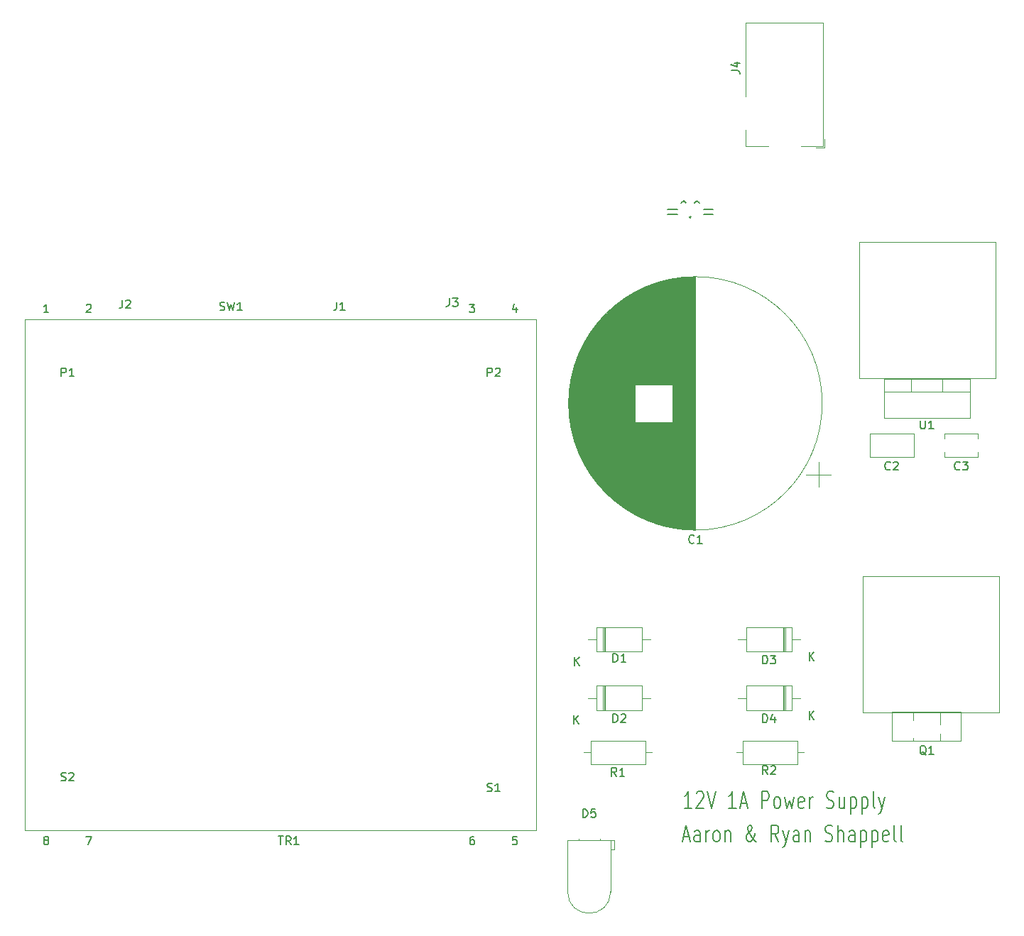
<source format=gbr>
G04 #@! TF.GenerationSoftware,KiCad,Pcbnew,(5.1.2)-1*
G04 #@! TF.CreationDate,2019-05-06T21:39:49-07:00*
G04 #@! TF.ProjectId,12v1a_psu,31327631-615f-4707-9375-2e6b69636164,rev?*
G04 #@! TF.SameCoordinates,Original*
G04 #@! TF.FileFunction,Legend,Top*
G04 #@! TF.FilePolarity,Positive*
%FSLAX46Y46*%
G04 Gerber Fmt 4.6, Leading zero omitted, Abs format (unit mm)*
G04 Created by KiCad (PCBNEW (5.1.2)-1) date 2019-05-06 21:39:49*
%MOMM*%
%LPD*%
G04 APERTURE LIST*
%ADD10C,0.200000*%
%ADD11C,0.120000*%
%ADD12C,0.150000*%
G04 APERTURE END LIST*
D10*
X166085714Y-68457142D02*
X167228571Y-68457142D01*
X167228571Y-69028571D02*
X166085714Y-69028571D01*
X167728571Y-67695238D02*
X168014285Y-67409523D01*
X168300000Y-67695238D01*
X168800000Y-69314285D02*
X168871428Y-69409523D01*
X168800000Y-69504761D01*
X168728571Y-69409523D01*
X168800000Y-69314285D01*
X168800000Y-69504761D01*
X169300000Y-67695238D02*
X169585714Y-67409523D01*
X169871428Y-67695238D01*
X170371428Y-68457142D02*
X171514285Y-68457142D01*
X171514285Y-69028571D02*
X170371428Y-69028571D01*
X167964285Y-143333333D02*
X168678571Y-143333333D01*
X167821428Y-143904761D02*
X168321428Y-141904761D01*
X168821428Y-143904761D01*
X169964285Y-143904761D02*
X169964285Y-142857142D01*
X169892857Y-142666666D01*
X169750000Y-142571428D01*
X169464285Y-142571428D01*
X169321428Y-142666666D01*
X169964285Y-143809523D02*
X169821428Y-143904761D01*
X169464285Y-143904761D01*
X169321428Y-143809523D01*
X169250000Y-143619047D01*
X169250000Y-143428571D01*
X169321428Y-143238095D01*
X169464285Y-143142857D01*
X169821428Y-143142857D01*
X169964285Y-143047619D01*
X170678571Y-143904761D02*
X170678571Y-142571428D01*
X170678571Y-142952380D02*
X170750000Y-142761904D01*
X170821428Y-142666666D01*
X170964285Y-142571428D01*
X171107142Y-142571428D01*
X171821428Y-143904761D02*
X171678571Y-143809523D01*
X171607142Y-143714285D01*
X171535714Y-143523809D01*
X171535714Y-142952380D01*
X171607142Y-142761904D01*
X171678571Y-142666666D01*
X171821428Y-142571428D01*
X172035714Y-142571428D01*
X172178571Y-142666666D01*
X172250000Y-142761904D01*
X172321428Y-142952380D01*
X172321428Y-143523809D01*
X172250000Y-143714285D01*
X172178571Y-143809523D01*
X172035714Y-143904761D01*
X171821428Y-143904761D01*
X172964285Y-142571428D02*
X172964285Y-143904761D01*
X172964285Y-142761904D02*
X173035714Y-142666666D01*
X173178571Y-142571428D01*
X173392857Y-142571428D01*
X173535714Y-142666666D01*
X173607142Y-142857142D01*
X173607142Y-143904761D01*
X176678571Y-143904761D02*
X176607142Y-143904761D01*
X176464285Y-143809523D01*
X176250000Y-143523809D01*
X175892857Y-142952380D01*
X175750000Y-142666666D01*
X175678571Y-142380952D01*
X175678571Y-142190476D01*
X175750000Y-142000000D01*
X175892857Y-141904761D01*
X175964285Y-141904761D01*
X176107142Y-142000000D01*
X176178571Y-142190476D01*
X176178571Y-142285714D01*
X176107142Y-142476190D01*
X176035714Y-142571428D01*
X175607142Y-142952380D01*
X175535714Y-143047619D01*
X175464285Y-143238095D01*
X175464285Y-143523809D01*
X175535714Y-143714285D01*
X175607142Y-143809523D01*
X175750000Y-143904761D01*
X175964285Y-143904761D01*
X176107142Y-143809523D01*
X176178571Y-143714285D01*
X176392857Y-143333333D01*
X176464285Y-143047619D01*
X176464285Y-142857142D01*
X179321428Y-143904761D02*
X178821428Y-142952380D01*
X178464285Y-143904761D02*
X178464285Y-141904761D01*
X179035714Y-141904761D01*
X179178571Y-142000000D01*
X179250000Y-142095238D01*
X179321428Y-142285714D01*
X179321428Y-142571428D01*
X179250000Y-142761904D01*
X179178571Y-142857142D01*
X179035714Y-142952380D01*
X178464285Y-142952380D01*
X179821428Y-142571428D02*
X180178571Y-143904761D01*
X180535714Y-142571428D02*
X180178571Y-143904761D01*
X180035714Y-144380952D01*
X179964285Y-144476190D01*
X179821428Y-144571428D01*
X181750000Y-143904761D02*
X181750000Y-142857142D01*
X181678571Y-142666666D01*
X181535714Y-142571428D01*
X181250000Y-142571428D01*
X181107142Y-142666666D01*
X181750000Y-143809523D02*
X181607142Y-143904761D01*
X181250000Y-143904761D01*
X181107142Y-143809523D01*
X181035714Y-143619047D01*
X181035714Y-143428571D01*
X181107142Y-143238095D01*
X181250000Y-143142857D01*
X181607142Y-143142857D01*
X181750000Y-143047619D01*
X182464285Y-142571428D02*
X182464285Y-143904761D01*
X182464285Y-142761904D02*
X182535714Y-142666666D01*
X182678571Y-142571428D01*
X182892857Y-142571428D01*
X183035714Y-142666666D01*
X183107142Y-142857142D01*
X183107142Y-143904761D01*
X184892857Y-143809523D02*
X185107142Y-143904761D01*
X185464285Y-143904761D01*
X185607142Y-143809523D01*
X185678571Y-143714285D01*
X185750000Y-143523809D01*
X185750000Y-143333333D01*
X185678571Y-143142857D01*
X185607142Y-143047619D01*
X185464285Y-142952380D01*
X185178571Y-142857142D01*
X185035714Y-142761904D01*
X184964285Y-142666666D01*
X184892857Y-142476190D01*
X184892857Y-142285714D01*
X184964285Y-142095238D01*
X185035714Y-142000000D01*
X185178571Y-141904761D01*
X185535714Y-141904761D01*
X185750000Y-142000000D01*
X186392857Y-143904761D02*
X186392857Y-141904761D01*
X187035714Y-143904761D02*
X187035714Y-142857142D01*
X186964285Y-142666666D01*
X186821428Y-142571428D01*
X186607142Y-142571428D01*
X186464285Y-142666666D01*
X186392857Y-142761904D01*
X188392857Y-143904761D02*
X188392857Y-142857142D01*
X188321428Y-142666666D01*
X188178571Y-142571428D01*
X187892857Y-142571428D01*
X187750000Y-142666666D01*
X188392857Y-143809523D02*
X188250000Y-143904761D01*
X187892857Y-143904761D01*
X187750000Y-143809523D01*
X187678571Y-143619047D01*
X187678571Y-143428571D01*
X187750000Y-143238095D01*
X187892857Y-143142857D01*
X188250000Y-143142857D01*
X188392857Y-143047619D01*
X189107142Y-142571428D02*
X189107142Y-144571428D01*
X189107142Y-142666666D02*
X189250000Y-142571428D01*
X189535714Y-142571428D01*
X189678571Y-142666666D01*
X189750000Y-142761904D01*
X189821428Y-142952380D01*
X189821428Y-143523809D01*
X189750000Y-143714285D01*
X189678571Y-143809523D01*
X189535714Y-143904761D01*
X189250000Y-143904761D01*
X189107142Y-143809523D01*
X190464285Y-142571428D02*
X190464285Y-144571428D01*
X190464285Y-142666666D02*
X190607142Y-142571428D01*
X190892857Y-142571428D01*
X191035714Y-142666666D01*
X191107142Y-142761904D01*
X191178571Y-142952380D01*
X191178571Y-143523809D01*
X191107142Y-143714285D01*
X191035714Y-143809523D01*
X190892857Y-143904761D01*
X190607142Y-143904761D01*
X190464285Y-143809523D01*
X192392857Y-143809523D02*
X192250000Y-143904761D01*
X191964285Y-143904761D01*
X191821428Y-143809523D01*
X191750000Y-143619047D01*
X191750000Y-142857142D01*
X191821428Y-142666666D01*
X191964285Y-142571428D01*
X192250000Y-142571428D01*
X192392857Y-142666666D01*
X192464285Y-142857142D01*
X192464285Y-143047619D01*
X191750000Y-143238095D01*
X193321428Y-143904761D02*
X193178571Y-143809523D01*
X193107142Y-143619047D01*
X193107142Y-141904761D01*
X194107142Y-143904761D02*
X193964285Y-143809523D01*
X193892857Y-143619047D01*
X193892857Y-141904761D01*
X168964285Y-139904761D02*
X168107142Y-139904761D01*
X168535714Y-139904761D02*
X168535714Y-137904761D01*
X168392857Y-138190476D01*
X168250000Y-138380952D01*
X168107142Y-138476190D01*
X169535714Y-138095238D02*
X169607142Y-138000000D01*
X169750000Y-137904761D01*
X170107142Y-137904761D01*
X170250000Y-138000000D01*
X170321428Y-138095238D01*
X170392857Y-138285714D01*
X170392857Y-138476190D01*
X170321428Y-138761904D01*
X169464285Y-139904761D01*
X170392857Y-139904761D01*
X170821428Y-137904761D02*
X171321428Y-139904761D01*
X171821428Y-137904761D01*
X174250000Y-139904761D02*
X173392857Y-139904761D01*
X173821428Y-139904761D02*
X173821428Y-137904761D01*
X173678571Y-138190476D01*
X173535714Y-138380952D01*
X173392857Y-138476190D01*
X174821428Y-139333333D02*
X175535714Y-139333333D01*
X174678571Y-139904761D02*
X175178571Y-137904761D01*
X175678571Y-139904761D01*
X177321428Y-139904761D02*
X177321428Y-137904761D01*
X177892857Y-137904761D01*
X178035714Y-138000000D01*
X178107142Y-138095238D01*
X178178571Y-138285714D01*
X178178571Y-138571428D01*
X178107142Y-138761904D01*
X178035714Y-138857142D01*
X177892857Y-138952380D01*
X177321428Y-138952380D01*
X179035714Y-139904761D02*
X178892857Y-139809523D01*
X178821428Y-139714285D01*
X178750000Y-139523809D01*
X178750000Y-138952380D01*
X178821428Y-138761904D01*
X178892857Y-138666666D01*
X179035714Y-138571428D01*
X179250000Y-138571428D01*
X179392857Y-138666666D01*
X179464285Y-138761904D01*
X179535714Y-138952380D01*
X179535714Y-139523809D01*
X179464285Y-139714285D01*
X179392857Y-139809523D01*
X179250000Y-139904761D01*
X179035714Y-139904761D01*
X180035714Y-138571428D02*
X180321428Y-139904761D01*
X180607142Y-138952380D01*
X180892857Y-139904761D01*
X181178571Y-138571428D01*
X182321428Y-139809523D02*
X182178571Y-139904761D01*
X181892857Y-139904761D01*
X181750000Y-139809523D01*
X181678571Y-139619047D01*
X181678571Y-138857142D01*
X181750000Y-138666666D01*
X181892857Y-138571428D01*
X182178571Y-138571428D01*
X182321428Y-138666666D01*
X182392857Y-138857142D01*
X182392857Y-139047619D01*
X181678571Y-139238095D01*
X183035714Y-139904761D02*
X183035714Y-138571428D01*
X183035714Y-138952380D02*
X183107142Y-138761904D01*
X183178571Y-138666666D01*
X183321428Y-138571428D01*
X183464285Y-138571428D01*
X185035714Y-139809523D02*
X185250000Y-139904761D01*
X185607142Y-139904761D01*
X185750000Y-139809523D01*
X185821428Y-139714285D01*
X185892857Y-139523809D01*
X185892857Y-139333333D01*
X185821428Y-139142857D01*
X185750000Y-139047619D01*
X185607142Y-138952380D01*
X185321428Y-138857142D01*
X185178571Y-138761904D01*
X185107142Y-138666666D01*
X185035714Y-138476190D01*
X185035714Y-138285714D01*
X185107142Y-138095238D01*
X185178571Y-138000000D01*
X185321428Y-137904761D01*
X185678571Y-137904761D01*
X185892857Y-138000000D01*
X187178571Y-138571428D02*
X187178571Y-139904761D01*
X186535714Y-138571428D02*
X186535714Y-139619047D01*
X186607142Y-139809523D01*
X186750000Y-139904761D01*
X186964285Y-139904761D01*
X187107142Y-139809523D01*
X187178571Y-139714285D01*
X187892857Y-138571428D02*
X187892857Y-140571428D01*
X187892857Y-138666666D02*
X188035714Y-138571428D01*
X188321428Y-138571428D01*
X188464285Y-138666666D01*
X188535714Y-138761904D01*
X188607142Y-138952380D01*
X188607142Y-139523809D01*
X188535714Y-139714285D01*
X188464285Y-139809523D01*
X188321428Y-139904761D01*
X188035714Y-139904761D01*
X187892857Y-139809523D01*
X189250000Y-138571428D02*
X189250000Y-140571428D01*
X189250000Y-138666666D02*
X189392857Y-138571428D01*
X189678571Y-138571428D01*
X189821428Y-138666666D01*
X189892857Y-138761904D01*
X189964285Y-138952380D01*
X189964285Y-139523809D01*
X189892857Y-139714285D01*
X189821428Y-139809523D01*
X189678571Y-139904761D01*
X189392857Y-139904761D01*
X189250000Y-139809523D01*
X190821428Y-139904761D02*
X190678571Y-139809523D01*
X190607142Y-139619047D01*
X190607142Y-137904761D01*
X191250000Y-138571428D02*
X191607142Y-139904761D01*
X191964285Y-138571428D02*
X191607142Y-139904761D01*
X191464285Y-140380952D01*
X191392857Y-140476190D01*
X191250000Y-140571428D01*
D11*
X188920000Y-88600000D02*
X205180000Y-88600000D01*
X188920000Y-88600000D02*
X188920000Y-72340000D01*
X205180000Y-88600000D02*
X205180000Y-72340000D01*
X188920000Y-72340000D02*
X205180000Y-72340000D01*
X189370000Y-112240000D02*
X205630000Y-112240000D01*
X205630000Y-128500000D02*
X205630000Y-112240000D01*
X189370000Y-128500000D02*
X189370000Y-112240000D01*
X189370000Y-128500000D02*
X205630000Y-128500000D01*
X198846869Y-88660000D02*
X198846869Y-90170000D01*
X195145869Y-88660000D02*
X195145869Y-90170000D01*
X191875869Y-90170000D02*
X202115869Y-90170000D01*
X202115869Y-88660000D02*
X202115869Y-93301000D01*
X191875869Y-88660000D02*
X191875869Y-93301000D01*
X191875869Y-93301000D02*
X202115869Y-93301000D01*
X191875869Y-88660000D02*
X202115869Y-88660000D01*
X150420000Y-81580000D02*
X89460000Y-81580000D01*
X89460000Y-81580000D02*
X89460000Y-142540000D01*
X89460000Y-142540000D02*
X150420000Y-142540000D01*
X150420000Y-142540000D02*
X150420000Y-81580000D01*
X182370000Y-133250000D02*
X181600000Y-133250000D01*
X174290000Y-133250000D02*
X175060000Y-133250000D01*
X181600000Y-131880000D02*
X175060000Y-131880000D01*
X181600000Y-134620000D02*
X181600000Y-131880000D01*
X175060000Y-134620000D02*
X181600000Y-134620000D01*
X175060000Y-131880000D02*
X175060000Y-134620000D01*
X156130000Y-133250000D02*
X156900000Y-133250000D01*
X164210000Y-133250000D02*
X163440000Y-133250000D01*
X156900000Y-134620000D02*
X163440000Y-134620000D01*
X156900000Y-131880000D02*
X156900000Y-134620000D01*
X163440000Y-131880000D02*
X156900000Y-131880000D01*
X163440000Y-134620000D02*
X163440000Y-131880000D01*
X198561000Y-131040000D02*
X198561000Y-131870000D01*
X198561000Y-128380000D02*
X198561000Y-129960000D01*
X195360000Y-131550000D02*
X195360000Y-131870000D01*
X195360000Y-128380000D02*
X195360000Y-129450000D01*
X201080000Y-128380000D02*
X201080000Y-131870000D01*
X192840000Y-128380000D02*
X192840000Y-131870000D01*
X192840000Y-131870000D02*
X201080000Y-131870000D01*
X192840000Y-128380000D02*
X201080000Y-128380000D01*
X184600000Y-60900000D02*
X182000000Y-60900000D01*
X184600000Y-46200000D02*
X184600000Y-60900000D01*
X175400000Y-60900000D02*
X175400000Y-59000000D01*
X178100000Y-60900000D02*
X175400000Y-60900000D01*
X175400000Y-46200000D02*
X184600000Y-46200000D01*
X175400000Y-55000000D02*
X175400000Y-46200000D01*
X184800000Y-60050000D02*
X184800000Y-61100000D01*
X183750000Y-61100000D02*
X184800000Y-61100000D01*
X158000000Y-143580000D02*
X158000000Y-143580000D01*
X158000000Y-143710000D02*
X158000000Y-143580000D01*
X158000000Y-143710000D02*
X158000000Y-143710000D01*
X158000000Y-143580000D02*
X158000000Y-143710000D01*
X155460000Y-143580000D02*
X155460000Y-143580000D01*
X155460000Y-143710000D02*
X155460000Y-143580000D01*
X155460000Y-143710000D02*
X155460000Y-143710000D01*
X155460000Y-143580000D02*
X155460000Y-143710000D01*
X159290000Y-143710000D02*
X159690000Y-143710000D01*
X159290000Y-144830000D02*
X159290000Y-143710000D01*
X159690000Y-144830000D02*
X159290000Y-144830000D01*
X159690000Y-143710000D02*
X159690000Y-144830000D01*
X154170000Y-143710000D02*
X159290000Y-143710000D01*
X159290000Y-143710000D02*
X159290000Y-149870000D01*
X154170000Y-143710000D02*
X154170000Y-149870000D01*
X159290000Y-149870000D02*
G75*
G02X154170000Y-149870000I-2560000J0D01*
G01*
X180890000Y-128220000D02*
X180890000Y-125280000D01*
X180890000Y-125280000D02*
X175450000Y-125280000D01*
X175450000Y-125280000D02*
X175450000Y-128220000D01*
X175450000Y-128220000D02*
X180890000Y-128220000D01*
X181910000Y-126750000D02*
X180890000Y-126750000D01*
X174430000Y-126750000D02*
X175450000Y-126750000D01*
X179990000Y-128220000D02*
X179990000Y-125280000D01*
X179870000Y-128220000D02*
X179870000Y-125280000D01*
X180110000Y-128220000D02*
X180110000Y-125280000D01*
X180890000Y-121220000D02*
X180890000Y-118280000D01*
X180890000Y-118280000D02*
X175450000Y-118280000D01*
X175450000Y-118280000D02*
X175450000Y-121220000D01*
X175450000Y-121220000D02*
X180890000Y-121220000D01*
X181910000Y-119750000D02*
X180890000Y-119750000D01*
X174430000Y-119750000D02*
X175450000Y-119750000D01*
X179990000Y-121220000D02*
X179990000Y-118280000D01*
X179870000Y-121220000D02*
X179870000Y-118280000D01*
X180110000Y-121220000D02*
X180110000Y-118280000D01*
X158390000Y-125280000D02*
X158390000Y-128220000D01*
X158630000Y-125280000D02*
X158630000Y-128220000D01*
X158510000Y-125280000D02*
X158510000Y-128220000D01*
X164070000Y-126750000D02*
X163050000Y-126750000D01*
X156590000Y-126750000D02*
X157610000Y-126750000D01*
X163050000Y-125280000D02*
X157610000Y-125280000D01*
X163050000Y-128220000D02*
X163050000Y-125280000D01*
X157610000Y-128220000D02*
X163050000Y-128220000D01*
X157610000Y-125280000D02*
X157610000Y-128220000D01*
X158390000Y-118280000D02*
X158390000Y-121220000D01*
X158630000Y-118280000D02*
X158630000Y-121220000D01*
X158510000Y-118280000D02*
X158510000Y-121220000D01*
X164070000Y-119750000D02*
X163050000Y-119750000D01*
X156590000Y-119750000D02*
X157610000Y-119750000D01*
X163050000Y-118280000D02*
X157610000Y-118280000D01*
X163050000Y-121220000D02*
X163050000Y-118280000D01*
X157610000Y-121220000D02*
X163050000Y-121220000D01*
X157610000Y-118280000D02*
X157610000Y-121220000D01*
X203120000Y-97395000D02*
X203120000Y-98020000D01*
X203120000Y-95180000D02*
X203120000Y-95805000D01*
X199080000Y-97395000D02*
X199080000Y-98020000D01*
X199080000Y-95180000D02*
X199080000Y-95805000D01*
X199080000Y-98020000D02*
X203120000Y-98020000D01*
X199080000Y-95180000D02*
X203120000Y-95180000D01*
X190180000Y-97970000D02*
X190180000Y-95230000D01*
X195420000Y-97970000D02*
X195420000Y-95230000D01*
X195420000Y-95230000D02*
X190180000Y-95230000D01*
X195420000Y-97970000D02*
X190180000Y-97970000D01*
X184079131Y-101575000D02*
X184079131Y-98575000D01*
X185579131Y-100075000D02*
X182579131Y-100075000D01*
X154280000Y-91640000D02*
X154280000Y-91560000D01*
X154320000Y-92660000D02*
X154320000Y-90540000D01*
X154360000Y-93114000D02*
X154360000Y-90086000D01*
X154400000Y-93462000D02*
X154400000Y-89738000D01*
X154440000Y-93754000D02*
X154440000Y-89446000D01*
X154480000Y-94012000D02*
X154480000Y-89188000D01*
X154520000Y-94244000D02*
X154520000Y-88956000D01*
X154560000Y-94457000D02*
X154560000Y-88743000D01*
X154600000Y-94655000D02*
X154600000Y-88545000D01*
X154640000Y-94840000D02*
X154640000Y-88360000D01*
X154680000Y-95015000D02*
X154680000Y-88185000D01*
X154720000Y-95182000D02*
X154720000Y-88018000D01*
X154760000Y-95340000D02*
X154760000Y-87860000D01*
X154800000Y-95492000D02*
X154800000Y-87708000D01*
X154840000Y-95637000D02*
X154840000Y-87563000D01*
X154880000Y-95778000D02*
X154880000Y-87422000D01*
X154920000Y-95913000D02*
X154920000Y-87287000D01*
X154960000Y-96044000D02*
X154960000Y-87156000D01*
X155000000Y-96171000D02*
X155000000Y-87029000D01*
X155040000Y-96294000D02*
X155040000Y-86906000D01*
X155080000Y-96414000D02*
X155080000Y-86786000D01*
X155120000Y-96530000D02*
X155120000Y-86670000D01*
X155160000Y-96643000D02*
X155160000Y-86557000D01*
X155200000Y-96754000D02*
X155200000Y-86446000D01*
X155240000Y-96862000D02*
X155240000Y-86338000D01*
X155280000Y-96968000D02*
X155280000Y-86232000D01*
X155320000Y-97071000D02*
X155320000Y-86129000D01*
X155360000Y-97172000D02*
X155360000Y-86028000D01*
X155400000Y-97271000D02*
X155400000Y-85929000D01*
X155440000Y-97368000D02*
X155440000Y-85832000D01*
X155480000Y-97464000D02*
X155480000Y-85736000D01*
X155520000Y-97557000D02*
X155520000Y-85643000D01*
X155560000Y-97649000D02*
X155560000Y-85551000D01*
X155600000Y-97739000D02*
X155600000Y-85461000D01*
X155640000Y-97828000D02*
X155640000Y-85372000D01*
X155680000Y-97915000D02*
X155680000Y-85285000D01*
X155720000Y-98000000D02*
X155720000Y-85200000D01*
X155760000Y-98085000D02*
X155760000Y-85115000D01*
X155800000Y-98168000D02*
X155800000Y-85032000D01*
X155840000Y-98249000D02*
X155840000Y-84951000D01*
X155880000Y-98330000D02*
X155880000Y-84870000D01*
X155920000Y-98409000D02*
X155920000Y-84791000D01*
X155960000Y-98487000D02*
X155960000Y-84713000D01*
X156000000Y-98564000D02*
X156000000Y-84636000D01*
X156040000Y-98640000D02*
X156040000Y-84560000D01*
X156080000Y-98715000D02*
X156080000Y-84485000D01*
X156120000Y-98789000D02*
X156120000Y-84411000D01*
X156160000Y-98862000D02*
X156160000Y-84338000D01*
X156200000Y-98934000D02*
X156200000Y-84266000D01*
X156240000Y-99006000D02*
X156240000Y-84194000D01*
X156280000Y-99076000D02*
X156280000Y-84124000D01*
X156320000Y-99145000D02*
X156320000Y-84055000D01*
X156360000Y-99214000D02*
X156360000Y-83986000D01*
X156400000Y-99282000D02*
X156400000Y-83918000D01*
X156440000Y-99348000D02*
X156440000Y-83852000D01*
X156480000Y-99415000D02*
X156480000Y-83785000D01*
X156520000Y-99480000D02*
X156520000Y-83720000D01*
X156560000Y-99545000D02*
X156560000Y-83655000D01*
X156600000Y-99609000D02*
X156600000Y-83591000D01*
X156640000Y-99672000D02*
X156640000Y-83528000D01*
X156680000Y-99735000D02*
X156680000Y-83465000D01*
X156720000Y-99797000D02*
X156720000Y-83403000D01*
X156760000Y-99858000D02*
X156760000Y-83342000D01*
X156800000Y-99918000D02*
X156800000Y-83282000D01*
X156840000Y-99978000D02*
X156840000Y-83222000D01*
X156880000Y-100038000D02*
X156880000Y-83162000D01*
X156920000Y-100097000D02*
X156920000Y-83103000D01*
X156960000Y-100155000D02*
X156960000Y-83045000D01*
X157000000Y-100212000D02*
X157000000Y-82988000D01*
X157040000Y-100269000D02*
X157040000Y-82931000D01*
X157080000Y-100326000D02*
X157080000Y-82874000D01*
X157120000Y-100382000D02*
X157120000Y-82818000D01*
X157160000Y-100437000D02*
X157160000Y-82763000D01*
X157200000Y-100492000D02*
X157200000Y-82708000D01*
X157240000Y-100547000D02*
X157240000Y-82653000D01*
X157280000Y-100600000D02*
X157280000Y-82600000D01*
X157320000Y-100654000D02*
X157320000Y-82546000D01*
X157360000Y-100707000D02*
X157360000Y-82493000D01*
X157400000Y-100759000D02*
X157400000Y-82441000D01*
X157440000Y-100811000D02*
X157440000Y-82389000D01*
X157480000Y-100863000D02*
X157480000Y-82337000D01*
X157520000Y-100914000D02*
X157520000Y-82286000D01*
X157560000Y-100964000D02*
X157560000Y-82236000D01*
X157600000Y-101014000D02*
X157600000Y-82186000D01*
X157640000Y-101064000D02*
X157640000Y-82136000D01*
X157680000Y-101113000D02*
X157680000Y-82087000D01*
X157720000Y-101162000D02*
X157720000Y-82038000D01*
X157760000Y-101211000D02*
X157760000Y-81989000D01*
X157800000Y-101259000D02*
X157800000Y-81941000D01*
X157840000Y-101306000D02*
X157840000Y-81894000D01*
X157880000Y-101354000D02*
X157880000Y-81846000D01*
X157920000Y-101400000D02*
X157920000Y-81800000D01*
X157960000Y-101447000D02*
X157960000Y-81753000D01*
X158000000Y-101493000D02*
X158000000Y-81707000D01*
X158040000Y-101539000D02*
X158040000Y-81661000D01*
X158080000Y-101584000D02*
X158080000Y-81616000D01*
X158120000Y-101629000D02*
X158120000Y-81571000D01*
X158160000Y-101674000D02*
X158160000Y-81526000D01*
X158200000Y-101718000D02*
X158200000Y-81482000D01*
X158240000Y-101762000D02*
X158240000Y-81438000D01*
X158280000Y-101805000D02*
X158280000Y-81395000D01*
X158320000Y-101849000D02*
X158320000Y-81351000D01*
X158360000Y-101892000D02*
X158360000Y-81308000D01*
X158400000Y-101934000D02*
X158400000Y-81266000D01*
X158440000Y-101976000D02*
X158440000Y-81224000D01*
X158480000Y-102018000D02*
X158480000Y-81182000D01*
X158520000Y-102060000D02*
X158520000Y-81140000D01*
X158560000Y-102101000D02*
X158560000Y-81099000D01*
X158600000Y-102142000D02*
X158600000Y-81058000D01*
X158640000Y-102183000D02*
X158640000Y-81017000D01*
X158680000Y-102223000D02*
X158680000Y-80977000D01*
X158720000Y-102263000D02*
X158720000Y-80937000D01*
X158760000Y-102303000D02*
X158760000Y-80897000D01*
X158800000Y-102343000D02*
X158800000Y-80857000D01*
X158840000Y-102382000D02*
X158840000Y-80818000D01*
X158880000Y-102421000D02*
X158880000Y-80779000D01*
X158920000Y-102459000D02*
X158920000Y-80741000D01*
X158960000Y-102498000D02*
X158960000Y-80702000D01*
X159000000Y-102536000D02*
X159000000Y-80664000D01*
X159040000Y-102573000D02*
X159040000Y-80627000D01*
X159080000Y-102611000D02*
X159080000Y-80589000D01*
X159120000Y-102648000D02*
X159120000Y-80552000D01*
X159160000Y-102685000D02*
X159160000Y-80515000D01*
X159200000Y-102722000D02*
X159200000Y-80478000D01*
X159240000Y-102758000D02*
X159240000Y-80442000D01*
X159280000Y-102794000D02*
X159280000Y-80406000D01*
X159320000Y-102830000D02*
X159320000Y-80370000D01*
X159360000Y-102866000D02*
X159360000Y-80334000D01*
X159400000Y-102901000D02*
X159400000Y-80299000D01*
X159440000Y-102936000D02*
X159440000Y-80264000D01*
X159480000Y-102971000D02*
X159480000Y-80229000D01*
X159520000Y-103006000D02*
X159520000Y-80194000D01*
X159560000Y-103040000D02*
X159560000Y-80160000D01*
X159600000Y-103075000D02*
X159600000Y-80125000D01*
X159640000Y-103109000D02*
X159640000Y-80091000D01*
X159680000Y-103142000D02*
X159680000Y-80058000D01*
X159720000Y-103176000D02*
X159720000Y-80024000D01*
X159760000Y-103209000D02*
X159760000Y-79991000D01*
X159800000Y-103242000D02*
X159800000Y-79958000D01*
X159840000Y-103275000D02*
X159840000Y-79925000D01*
X159880000Y-103307000D02*
X159880000Y-79893000D01*
X159920000Y-103339000D02*
X159920000Y-79861000D01*
X159960000Y-103372000D02*
X159960000Y-79828000D01*
X160000000Y-103403000D02*
X160000000Y-79797000D01*
X160040000Y-103435000D02*
X160040000Y-79765000D01*
X160080000Y-103466000D02*
X160080000Y-79734000D01*
X160120000Y-103498000D02*
X160120000Y-79702000D01*
X160160000Y-103529000D02*
X160160000Y-79671000D01*
X160200000Y-103559000D02*
X160200000Y-79641000D01*
X160240000Y-103590000D02*
X160240000Y-79610000D01*
X160280000Y-103620000D02*
X160280000Y-79580000D01*
X160320000Y-103650000D02*
X160320000Y-79550000D01*
X160360000Y-103680000D02*
X160360000Y-79520000D01*
X160400000Y-103710000D02*
X160400000Y-79490000D01*
X160440000Y-103740000D02*
X160440000Y-79460000D01*
X160480000Y-103769000D02*
X160480000Y-79431000D01*
X160520000Y-103798000D02*
X160520000Y-79402000D01*
X160560000Y-103827000D02*
X160560000Y-79373000D01*
X160600000Y-103856000D02*
X160600000Y-79344000D01*
X160640000Y-103884000D02*
X160640000Y-79316000D01*
X160680000Y-103913000D02*
X160680000Y-79287000D01*
X160720000Y-103941000D02*
X160720000Y-79259000D01*
X160760000Y-103969000D02*
X160760000Y-79231000D01*
X160800000Y-103997000D02*
X160800000Y-79203000D01*
X160840000Y-104024000D02*
X160840000Y-79176000D01*
X160880000Y-104051000D02*
X160880000Y-79149000D01*
X160920000Y-104079000D02*
X160920000Y-79121000D01*
X160960000Y-104106000D02*
X160960000Y-79094000D01*
X161000000Y-104132000D02*
X161000000Y-79068000D01*
X161040000Y-104159000D02*
X161040000Y-79041000D01*
X161080000Y-104186000D02*
X161080000Y-79014000D01*
X161120000Y-104212000D02*
X161120000Y-78988000D01*
X161160000Y-104238000D02*
X161160000Y-78962000D01*
X161200000Y-104264000D02*
X161200000Y-78936000D01*
X161239000Y-104290000D02*
X161239000Y-78910000D01*
X161279000Y-104315000D02*
X161279000Y-78885000D01*
X161319000Y-104340000D02*
X161319000Y-78860000D01*
X161359000Y-104366000D02*
X161359000Y-78834000D01*
X161399000Y-104391000D02*
X161399000Y-78809000D01*
X161439000Y-104416000D02*
X161439000Y-78784000D01*
X161479000Y-104440000D02*
X161479000Y-78760000D01*
X161519000Y-104465000D02*
X161519000Y-78735000D01*
X161559000Y-104489000D02*
X161559000Y-78711000D01*
X161599000Y-104513000D02*
X161599000Y-78687000D01*
X161639000Y-104537000D02*
X161639000Y-78663000D01*
X161679000Y-104561000D02*
X161679000Y-78639000D01*
X161719000Y-104585000D02*
X161719000Y-78615000D01*
X161759000Y-104608000D02*
X161759000Y-78592000D01*
X161799000Y-104632000D02*
X161799000Y-78568000D01*
X161839000Y-104655000D02*
X161839000Y-78545000D01*
X161879000Y-104678000D02*
X161879000Y-78522000D01*
X161919000Y-104701000D02*
X161919000Y-78499000D01*
X161959000Y-104723000D02*
X161959000Y-78477000D01*
X161999000Y-104746000D02*
X161999000Y-78454000D01*
X162039000Y-104768000D02*
X162039000Y-78432000D01*
X162079000Y-104790000D02*
X162079000Y-78410000D01*
X162119000Y-104813000D02*
X162119000Y-78387000D01*
X162159000Y-104834000D02*
X162159000Y-78366000D01*
X162199000Y-89360000D02*
X162199000Y-78344000D01*
X162199000Y-104856000D02*
X162199000Y-93840000D01*
X162239000Y-89360000D02*
X162239000Y-78322000D01*
X162239000Y-104878000D02*
X162239000Y-93840000D01*
X162279000Y-89360000D02*
X162279000Y-78301000D01*
X162279000Y-104899000D02*
X162279000Y-93840000D01*
X162319000Y-89360000D02*
X162319000Y-78280000D01*
X162319000Y-104920000D02*
X162319000Y-93840000D01*
X162359000Y-89360000D02*
X162359000Y-78258000D01*
X162359000Y-104942000D02*
X162359000Y-93840000D01*
X162399000Y-89360000D02*
X162399000Y-78237000D01*
X162399000Y-104963000D02*
X162399000Y-93840000D01*
X162439000Y-89360000D02*
X162439000Y-78217000D01*
X162439000Y-104983000D02*
X162439000Y-93840000D01*
X162479000Y-89360000D02*
X162479000Y-78196000D01*
X162479000Y-105004000D02*
X162479000Y-93840000D01*
X162519000Y-89360000D02*
X162519000Y-78175000D01*
X162519000Y-105025000D02*
X162519000Y-93840000D01*
X162559000Y-89360000D02*
X162559000Y-78155000D01*
X162559000Y-105045000D02*
X162559000Y-93840000D01*
X162599000Y-89360000D02*
X162599000Y-78135000D01*
X162599000Y-105065000D02*
X162599000Y-93840000D01*
X162639000Y-89360000D02*
X162639000Y-78115000D01*
X162639000Y-105085000D02*
X162639000Y-93840000D01*
X162679000Y-89360000D02*
X162679000Y-78095000D01*
X162679000Y-105105000D02*
X162679000Y-93840000D01*
X162719000Y-89360000D02*
X162719000Y-78075000D01*
X162719000Y-105125000D02*
X162719000Y-93840000D01*
X162759000Y-89360000D02*
X162759000Y-78056000D01*
X162759000Y-105144000D02*
X162759000Y-93840000D01*
X162799000Y-89360000D02*
X162799000Y-78036000D01*
X162799000Y-105164000D02*
X162799000Y-93840000D01*
X162839000Y-89360000D02*
X162839000Y-78017000D01*
X162839000Y-105183000D02*
X162839000Y-93840000D01*
X162879000Y-89360000D02*
X162879000Y-77998000D01*
X162879000Y-105202000D02*
X162879000Y-93840000D01*
X162919000Y-89360000D02*
X162919000Y-77978000D01*
X162919000Y-105222000D02*
X162919000Y-93840000D01*
X162959000Y-89360000D02*
X162959000Y-77960000D01*
X162959000Y-105240000D02*
X162959000Y-93840000D01*
X162999000Y-89360000D02*
X162999000Y-77941000D01*
X162999000Y-105259000D02*
X162999000Y-93840000D01*
X163039000Y-89360000D02*
X163039000Y-77922000D01*
X163039000Y-105278000D02*
X163039000Y-93840000D01*
X163079000Y-89360000D02*
X163079000Y-77904000D01*
X163079000Y-105296000D02*
X163079000Y-93840000D01*
X163119000Y-89360000D02*
X163119000Y-77885000D01*
X163119000Y-105315000D02*
X163119000Y-93840000D01*
X163159000Y-89360000D02*
X163159000Y-77867000D01*
X163159000Y-105333000D02*
X163159000Y-93840000D01*
X163199000Y-89360000D02*
X163199000Y-77849000D01*
X163199000Y-105351000D02*
X163199000Y-93840000D01*
X163239000Y-89360000D02*
X163239000Y-77831000D01*
X163239000Y-105369000D02*
X163239000Y-93840000D01*
X163279000Y-89360000D02*
X163279000Y-77813000D01*
X163279000Y-105387000D02*
X163279000Y-93840000D01*
X163319000Y-89360000D02*
X163319000Y-77796000D01*
X163319000Y-105404000D02*
X163319000Y-93840000D01*
X163359000Y-89360000D02*
X163359000Y-77778000D01*
X163359000Y-105422000D02*
X163359000Y-93840000D01*
X163399000Y-89360000D02*
X163399000Y-77761000D01*
X163399000Y-105439000D02*
X163399000Y-93840000D01*
X163439000Y-89360000D02*
X163439000Y-77744000D01*
X163439000Y-105456000D02*
X163439000Y-93840000D01*
X163479000Y-89360000D02*
X163479000Y-77727000D01*
X163479000Y-105473000D02*
X163479000Y-93840000D01*
X163519000Y-89360000D02*
X163519000Y-77710000D01*
X163519000Y-105490000D02*
X163519000Y-93840000D01*
X163559000Y-89360000D02*
X163559000Y-77693000D01*
X163559000Y-105507000D02*
X163559000Y-93840000D01*
X163599000Y-89360000D02*
X163599000Y-77676000D01*
X163599000Y-105524000D02*
X163599000Y-93840000D01*
X163639000Y-89360000D02*
X163639000Y-77660000D01*
X163639000Y-105540000D02*
X163639000Y-93840000D01*
X163679000Y-89360000D02*
X163679000Y-77643000D01*
X163679000Y-105557000D02*
X163679000Y-93840000D01*
X163719000Y-89360000D02*
X163719000Y-77627000D01*
X163719000Y-105573000D02*
X163719000Y-93840000D01*
X163759000Y-89360000D02*
X163759000Y-77611000D01*
X163759000Y-105589000D02*
X163759000Y-93840000D01*
X163799000Y-89360000D02*
X163799000Y-77595000D01*
X163799000Y-105605000D02*
X163799000Y-93840000D01*
X163839000Y-89360000D02*
X163839000Y-77579000D01*
X163839000Y-105621000D02*
X163839000Y-93840000D01*
X163879000Y-89360000D02*
X163879000Y-77563000D01*
X163879000Y-105637000D02*
X163879000Y-93840000D01*
X163919000Y-89360000D02*
X163919000Y-77548000D01*
X163919000Y-105652000D02*
X163919000Y-93840000D01*
X163959000Y-89360000D02*
X163959000Y-77532000D01*
X163959000Y-105668000D02*
X163959000Y-93840000D01*
X163999000Y-89360000D02*
X163999000Y-77517000D01*
X163999000Y-105683000D02*
X163999000Y-93840000D01*
X164039000Y-89360000D02*
X164039000Y-77501000D01*
X164039000Y-105699000D02*
X164039000Y-93840000D01*
X164079000Y-89360000D02*
X164079000Y-77486000D01*
X164079000Y-105714000D02*
X164079000Y-93840000D01*
X164119000Y-89360000D02*
X164119000Y-77471000D01*
X164119000Y-105729000D02*
X164119000Y-93840000D01*
X164159000Y-89360000D02*
X164159000Y-77457000D01*
X164159000Y-105743000D02*
X164159000Y-93840000D01*
X164199000Y-89360000D02*
X164199000Y-77442000D01*
X164199000Y-105758000D02*
X164199000Y-93840000D01*
X164239000Y-89360000D02*
X164239000Y-77427000D01*
X164239000Y-105773000D02*
X164239000Y-93840000D01*
X164279000Y-89360000D02*
X164279000Y-77413000D01*
X164279000Y-105787000D02*
X164279000Y-93840000D01*
X164319000Y-89360000D02*
X164319000Y-77398000D01*
X164319000Y-105802000D02*
X164319000Y-93840000D01*
X164359000Y-89360000D02*
X164359000Y-77384000D01*
X164359000Y-105816000D02*
X164359000Y-93840000D01*
X164399000Y-89360000D02*
X164399000Y-77370000D01*
X164399000Y-105830000D02*
X164399000Y-93840000D01*
X164439000Y-89360000D02*
X164439000Y-77356000D01*
X164439000Y-105844000D02*
X164439000Y-93840000D01*
X164479000Y-89360000D02*
X164479000Y-77342000D01*
X164479000Y-105858000D02*
X164479000Y-93840000D01*
X164519000Y-89360000D02*
X164519000Y-77329000D01*
X164519000Y-105871000D02*
X164519000Y-93840000D01*
X164559000Y-89360000D02*
X164559000Y-77315000D01*
X164559000Y-105885000D02*
X164559000Y-93840000D01*
X164599000Y-89360000D02*
X164599000Y-77302000D01*
X164599000Y-105898000D02*
X164599000Y-93840000D01*
X164639000Y-89360000D02*
X164639000Y-77288000D01*
X164639000Y-105912000D02*
X164639000Y-93840000D01*
X164679000Y-89360000D02*
X164679000Y-77275000D01*
X164679000Y-105925000D02*
X164679000Y-93840000D01*
X164719000Y-89360000D02*
X164719000Y-77262000D01*
X164719000Y-105938000D02*
X164719000Y-93840000D01*
X164759000Y-89360000D02*
X164759000Y-77249000D01*
X164759000Y-105951000D02*
X164759000Y-93840000D01*
X164799000Y-89360000D02*
X164799000Y-77236000D01*
X164799000Y-105964000D02*
X164799000Y-93840000D01*
X164839000Y-89360000D02*
X164839000Y-77224000D01*
X164839000Y-105976000D02*
X164839000Y-93840000D01*
X164879000Y-89360000D02*
X164879000Y-77211000D01*
X164879000Y-105989000D02*
X164879000Y-93840000D01*
X164919000Y-89360000D02*
X164919000Y-77198000D01*
X164919000Y-106002000D02*
X164919000Y-93840000D01*
X164959000Y-89360000D02*
X164959000Y-77186000D01*
X164959000Y-106014000D02*
X164959000Y-93840000D01*
X164999000Y-89360000D02*
X164999000Y-77174000D01*
X164999000Y-106026000D02*
X164999000Y-93840000D01*
X165039000Y-89360000D02*
X165039000Y-77162000D01*
X165039000Y-106038000D02*
X165039000Y-93840000D01*
X165079000Y-89360000D02*
X165079000Y-77150000D01*
X165079000Y-106050000D02*
X165079000Y-93840000D01*
X165119000Y-89360000D02*
X165119000Y-77138000D01*
X165119000Y-106062000D02*
X165119000Y-93840000D01*
X165159000Y-89360000D02*
X165159000Y-77126000D01*
X165159000Y-106074000D02*
X165159000Y-93840000D01*
X165199000Y-89360000D02*
X165199000Y-77115000D01*
X165199000Y-106085000D02*
X165199000Y-93840000D01*
X165239000Y-89360000D02*
X165239000Y-77103000D01*
X165239000Y-106097000D02*
X165239000Y-93840000D01*
X165279000Y-89360000D02*
X165279000Y-77092000D01*
X165279000Y-106108000D02*
X165279000Y-93840000D01*
X165319000Y-89360000D02*
X165319000Y-77080000D01*
X165319000Y-106120000D02*
X165319000Y-93840000D01*
X165359000Y-89360000D02*
X165359000Y-77069000D01*
X165359000Y-106131000D02*
X165359000Y-93840000D01*
X165399000Y-89360000D02*
X165399000Y-77058000D01*
X165399000Y-106142000D02*
X165399000Y-93840000D01*
X165439000Y-89360000D02*
X165439000Y-77047000D01*
X165439000Y-106153000D02*
X165439000Y-93840000D01*
X165479000Y-89360000D02*
X165479000Y-77036000D01*
X165479000Y-106164000D02*
X165479000Y-93840000D01*
X165519000Y-89360000D02*
X165519000Y-77026000D01*
X165519000Y-106174000D02*
X165519000Y-93840000D01*
X165559000Y-89360000D02*
X165559000Y-77015000D01*
X165559000Y-106185000D02*
X165559000Y-93840000D01*
X165599000Y-89360000D02*
X165599000Y-77005000D01*
X165599000Y-106195000D02*
X165599000Y-93840000D01*
X165639000Y-89360000D02*
X165639000Y-76994000D01*
X165639000Y-106206000D02*
X165639000Y-93840000D01*
X165679000Y-89360000D02*
X165679000Y-76984000D01*
X165679000Y-106216000D02*
X165679000Y-93840000D01*
X165719000Y-89360000D02*
X165719000Y-76974000D01*
X165719000Y-106226000D02*
X165719000Y-93840000D01*
X165759000Y-89360000D02*
X165759000Y-76964000D01*
X165759000Y-106236000D02*
X165759000Y-93840000D01*
X165799000Y-89360000D02*
X165799000Y-76954000D01*
X165799000Y-106246000D02*
X165799000Y-93840000D01*
X165839000Y-89360000D02*
X165839000Y-76945000D01*
X165839000Y-106255000D02*
X165839000Y-93840000D01*
X165879000Y-89360000D02*
X165879000Y-76935000D01*
X165879000Y-106265000D02*
X165879000Y-93840000D01*
X165919000Y-89360000D02*
X165919000Y-76925000D01*
X165919000Y-106275000D02*
X165919000Y-93840000D01*
X165959000Y-89360000D02*
X165959000Y-76916000D01*
X165959000Y-106284000D02*
X165959000Y-93840000D01*
X165999000Y-89360000D02*
X165999000Y-76907000D01*
X165999000Y-106293000D02*
X165999000Y-93840000D01*
X166039000Y-89360000D02*
X166039000Y-76898000D01*
X166039000Y-106302000D02*
X166039000Y-93840000D01*
X166079000Y-89360000D02*
X166079000Y-76889000D01*
X166079000Y-106311000D02*
X166079000Y-93840000D01*
X166119000Y-89360000D02*
X166119000Y-76880000D01*
X166119000Y-106320000D02*
X166119000Y-93840000D01*
X166159000Y-89360000D02*
X166159000Y-76871000D01*
X166159000Y-106329000D02*
X166159000Y-93840000D01*
X166199000Y-89360000D02*
X166199000Y-76862000D01*
X166199000Y-106338000D02*
X166199000Y-93840000D01*
X166239000Y-89360000D02*
X166239000Y-76853000D01*
X166239000Y-106347000D02*
X166239000Y-93840000D01*
X166279000Y-89360000D02*
X166279000Y-76845000D01*
X166279000Y-106355000D02*
X166279000Y-93840000D01*
X166319000Y-89360000D02*
X166319000Y-76837000D01*
X166319000Y-106363000D02*
X166319000Y-93840000D01*
X166359000Y-89360000D02*
X166359000Y-76828000D01*
X166359000Y-106372000D02*
X166359000Y-93840000D01*
X166399000Y-89360000D02*
X166399000Y-76820000D01*
X166399000Y-106380000D02*
X166399000Y-93840000D01*
X166439000Y-89360000D02*
X166439000Y-76812000D01*
X166439000Y-106388000D02*
X166439000Y-93840000D01*
X166479000Y-89360000D02*
X166479000Y-76804000D01*
X166479000Y-106396000D02*
X166479000Y-93840000D01*
X166519000Y-89360000D02*
X166519000Y-76796000D01*
X166519000Y-106404000D02*
X166519000Y-93840000D01*
X166559000Y-89360000D02*
X166559000Y-76789000D01*
X166559000Y-106411000D02*
X166559000Y-93840000D01*
X166599000Y-89360000D02*
X166599000Y-76781000D01*
X166599000Y-106419000D02*
X166599000Y-93840000D01*
X166639000Y-89360000D02*
X166639000Y-76774000D01*
X166639000Y-106426000D02*
X166639000Y-93840000D01*
X166679000Y-106434000D02*
X166679000Y-76766000D01*
X166719000Y-106441000D02*
X166719000Y-76759000D01*
X166759000Y-106448000D02*
X166759000Y-76752000D01*
X166799000Y-106455000D02*
X166799000Y-76745000D01*
X166839000Y-106462000D02*
X166839000Y-76738000D01*
X166879000Y-106469000D02*
X166879000Y-76731000D01*
X166919000Y-106476000D02*
X166919000Y-76724000D01*
X166959000Y-106482000D02*
X166959000Y-76718000D01*
X166999000Y-106489000D02*
X166999000Y-76711000D01*
X167039000Y-106495000D02*
X167039000Y-76705000D01*
X167079000Y-106501000D02*
X167079000Y-76699000D01*
X167119000Y-106508000D02*
X167119000Y-76692000D01*
X167159000Y-106514000D02*
X167159000Y-76686000D01*
X167199000Y-106520000D02*
X167199000Y-76680000D01*
X167239000Y-106525000D02*
X167239000Y-76675000D01*
X167279000Y-106531000D02*
X167279000Y-76669000D01*
X167319000Y-106537000D02*
X167319000Y-76663000D01*
X167359000Y-106542000D02*
X167359000Y-76658000D01*
X167399000Y-106548000D02*
X167399000Y-76652000D01*
X167439000Y-106553000D02*
X167439000Y-76647000D01*
X167479000Y-106558000D02*
X167479000Y-76642000D01*
X167519000Y-106563000D02*
X167519000Y-76637000D01*
X167559000Y-106568000D02*
X167559000Y-76632000D01*
X167599000Y-106573000D02*
X167599000Y-76627000D01*
X167639000Y-106578000D02*
X167639000Y-76622000D01*
X167679000Y-106582000D02*
X167679000Y-76618000D01*
X167719000Y-106587000D02*
X167719000Y-76613000D01*
X167759000Y-106591000D02*
X167759000Y-76609000D01*
X167799000Y-106596000D02*
X167799000Y-76604000D01*
X167839000Y-106600000D02*
X167839000Y-76600000D01*
X167879000Y-106604000D02*
X167879000Y-76596000D01*
X167919000Y-106608000D02*
X167919000Y-76592000D01*
X167959000Y-106612000D02*
X167959000Y-76588000D01*
X167999000Y-106616000D02*
X167999000Y-76584000D01*
X168039000Y-106619000D02*
X168039000Y-76581000D01*
X168079000Y-106623000D02*
X168079000Y-76577000D01*
X168119000Y-106626000D02*
X168119000Y-76574000D01*
X168159000Y-106630000D02*
X168159000Y-76570000D01*
X168199000Y-106633000D02*
X168199000Y-76567000D01*
X168239000Y-106636000D02*
X168239000Y-76564000D01*
X168279000Y-106639000D02*
X168279000Y-76561000D01*
X168319000Y-106642000D02*
X168319000Y-76558000D01*
X168359000Y-106645000D02*
X168359000Y-76555000D01*
X168399000Y-106647000D02*
X168399000Y-76553000D01*
X168439000Y-106650000D02*
X168439000Y-76550000D01*
X168479000Y-106652000D02*
X168479000Y-76548000D01*
X168519000Y-106655000D02*
X168519000Y-76545000D01*
X168559000Y-106657000D02*
X168559000Y-76543000D01*
X168599000Y-106659000D02*
X168599000Y-76541000D01*
X168639000Y-106661000D02*
X168639000Y-76539000D01*
X168679000Y-106663000D02*
X168679000Y-76537000D01*
X168720000Y-106665000D02*
X168720000Y-76535000D01*
X168760000Y-106667000D02*
X168760000Y-76533000D01*
X168800000Y-106669000D02*
X168800000Y-76531000D01*
X168840000Y-106670000D02*
X168840000Y-76530000D01*
X168880000Y-106672000D02*
X168880000Y-76528000D01*
X168920000Y-106673000D02*
X168920000Y-76527000D01*
X168960000Y-106674000D02*
X168960000Y-76526000D01*
X169000000Y-106675000D02*
X169000000Y-76525000D01*
X169040000Y-106676000D02*
X169040000Y-76524000D01*
X169080000Y-106677000D02*
X169080000Y-76523000D01*
X169120000Y-106678000D02*
X169120000Y-76522000D01*
X169160000Y-106679000D02*
X169160000Y-76521000D01*
X169200000Y-106679000D02*
X169200000Y-76521000D01*
X169240000Y-106680000D02*
X169240000Y-76520000D01*
X169280000Y-106680000D02*
X169280000Y-76520000D01*
X169320000Y-106680000D02*
X169320000Y-76520000D01*
X169360000Y-106680000D02*
X169360000Y-76520000D01*
X169400000Y-106681000D02*
X169400000Y-76519000D01*
X184520000Y-91600000D02*
G75*
G03X184520000Y-91600000I-15120000J0D01*
G01*
D12*
X196238095Y-93652380D02*
X196238095Y-94461904D01*
X196285714Y-94557142D01*
X196333333Y-94604761D01*
X196428571Y-94652380D01*
X196619047Y-94652380D01*
X196714285Y-94604761D01*
X196761904Y-94557142D01*
X196809523Y-94461904D01*
X196809523Y-93652380D01*
X197809523Y-94652380D02*
X197238095Y-94652380D01*
X197523809Y-94652380D02*
X197523809Y-93652380D01*
X197428571Y-93795238D01*
X197333333Y-93890476D01*
X197238095Y-93938095D01*
X119688095Y-143252380D02*
X120259523Y-143252380D01*
X119973809Y-144252380D02*
X119973809Y-143252380D01*
X121164285Y-144252380D02*
X120830952Y-143776190D01*
X120592857Y-144252380D02*
X120592857Y-143252380D01*
X120973809Y-143252380D01*
X121069047Y-143300000D01*
X121116666Y-143347619D01*
X121164285Y-143442857D01*
X121164285Y-143585714D01*
X121116666Y-143680952D01*
X121069047Y-143728571D01*
X120973809Y-143776190D01*
X120592857Y-143776190D01*
X122116666Y-144252380D02*
X121545238Y-144252380D01*
X121830952Y-144252380D02*
X121830952Y-143252380D01*
X121735714Y-143395238D01*
X121640476Y-143490476D01*
X121545238Y-143538095D01*
X93778095Y-136594761D02*
X93920952Y-136642380D01*
X94159047Y-136642380D01*
X94254285Y-136594761D01*
X94301904Y-136547142D01*
X94349523Y-136451904D01*
X94349523Y-136356666D01*
X94301904Y-136261428D01*
X94254285Y-136213809D01*
X94159047Y-136166190D01*
X93968571Y-136118571D01*
X93873333Y-136070952D01*
X93825714Y-136023333D01*
X93778095Y-135928095D01*
X93778095Y-135832857D01*
X93825714Y-135737619D01*
X93873333Y-135690000D01*
X93968571Y-135642380D01*
X94206666Y-135642380D01*
X94349523Y-135690000D01*
X94730476Y-135737619D02*
X94778095Y-135690000D01*
X94873333Y-135642380D01*
X95111428Y-135642380D01*
X95206666Y-135690000D01*
X95254285Y-135737619D01*
X95301904Y-135832857D01*
X95301904Y-135928095D01*
X95254285Y-136070952D01*
X94682857Y-136642380D01*
X95301904Y-136642380D01*
X144578095Y-137864761D02*
X144720952Y-137912380D01*
X144959047Y-137912380D01*
X145054285Y-137864761D01*
X145101904Y-137817142D01*
X145149523Y-137721904D01*
X145149523Y-137626666D01*
X145101904Y-137531428D01*
X145054285Y-137483809D01*
X144959047Y-137436190D01*
X144768571Y-137388571D01*
X144673333Y-137340952D01*
X144625714Y-137293333D01*
X144578095Y-137198095D01*
X144578095Y-137102857D01*
X144625714Y-137007619D01*
X144673333Y-136960000D01*
X144768571Y-136912380D01*
X145006666Y-136912380D01*
X145149523Y-136960000D01*
X146101904Y-137912380D02*
X145530476Y-137912380D01*
X145816190Y-137912380D02*
X145816190Y-136912380D01*
X145720952Y-137055238D01*
X145625714Y-137150476D01*
X145530476Y-137198095D01*
X144601904Y-88382380D02*
X144601904Y-87382380D01*
X144982857Y-87382380D01*
X145078095Y-87430000D01*
X145125714Y-87477619D01*
X145173333Y-87572857D01*
X145173333Y-87715714D01*
X145125714Y-87810952D01*
X145078095Y-87858571D01*
X144982857Y-87906190D01*
X144601904Y-87906190D01*
X145554285Y-87477619D02*
X145601904Y-87430000D01*
X145697142Y-87382380D01*
X145935238Y-87382380D01*
X146030476Y-87430000D01*
X146078095Y-87477619D01*
X146125714Y-87572857D01*
X146125714Y-87668095D01*
X146078095Y-87810952D01*
X145506666Y-88382380D01*
X146125714Y-88382380D01*
X93801904Y-88382380D02*
X93801904Y-87382380D01*
X94182857Y-87382380D01*
X94278095Y-87430000D01*
X94325714Y-87477619D01*
X94373333Y-87572857D01*
X94373333Y-87715714D01*
X94325714Y-87810952D01*
X94278095Y-87858571D01*
X94182857Y-87906190D01*
X93801904Y-87906190D01*
X95325714Y-88382380D02*
X94754285Y-88382380D01*
X95040000Y-88382380D02*
X95040000Y-87382380D01*
X94944761Y-87525238D01*
X94849523Y-87620476D01*
X94754285Y-87668095D01*
X92285714Y-80762380D02*
X91714285Y-80762380D01*
X92000000Y-80762380D02*
X92000000Y-79762380D01*
X91904761Y-79905238D01*
X91809523Y-80000476D01*
X91714285Y-80048095D01*
X96794285Y-79857619D02*
X96841904Y-79810000D01*
X96937142Y-79762380D01*
X97175238Y-79762380D01*
X97270476Y-79810000D01*
X97318095Y-79857619D01*
X97365714Y-79952857D01*
X97365714Y-80048095D01*
X97318095Y-80190952D01*
X96746666Y-80762380D01*
X97365714Y-80762380D01*
X142466666Y-79762380D02*
X143085714Y-79762380D01*
X142752380Y-80143333D01*
X142895238Y-80143333D01*
X142990476Y-80190952D01*
X143038095Y-80238571D01*
X143085714Y-80333809D01*
X143085714Y-80571904D01*
X143038095Y-80667142D01*
X142990476Y-80714761D01*
X142895238Y-80762380D01*
X142609523Y-80762380D01*
X142514285Y-80714761D01*
X142466666Y-80667142D01*
X148070476Y-80095714D02*
X148070476Y-80762380D01*
X147832380Y-79714761D02*
X147594285Y-80429047D01*
X148213333Y-80429047D01*
X148118095Y-143262380D02*
X147641904Y-143262380D01*
X147594285Y-143738571D01*
X147641904Y-143690952D01*
X147737142Y-143643333D01*
X147975238Y-143643333D01*
X148070476Y-143690952D01*
X148118095Y-143738571D01*
X148165714Y-143833809D01*
X148165714Y-144071904D01*
X148118095Y-144167142D01*
X148070476Y-144214761D01*
X147975238Y-144262380D01*
X147737142Y-144262380D01*
X147641904Y-144214761D01*
X147594285Y-144167142D01*
X142990476Y-143262380D02*
X142800000Y-143262380D01*
X142704761Y-143310000D01*
X142657142Y-143357619D01*
X142561904Y-143500476D01*
X142514285Y-143690952D01*
X142514285Y-144071904D01*
X142561904Y-144167142D01*
X142609523Y-144214761D01*
X142704761Y-144262380D01*
X142895238Y-144262380D01*
X142990476Y-144214761D01*
X143038095Y-144167142D01*
X143085714Y-144071904D01*
X143085714Y-143833809D01*
X143038095Y-143738571D01*
X142990476Y-143690952D01*
X142895238Y-143643333D01*
X142704761Y-143643333D01*
X142609523Y-143690952D01*
X142561904Y-143738571D01*
X142514285Y-143833809D01*
X96746666Y-143262380D02*
X97413333Y-143262380D01*
X96984761Y-144262380D01*
X91904761Y-143690952D02*
X91809523Y-143643333D01*
X91761904Y-143595714D01*
X91714285Y-143500476D01*
X91714285Y-143452857D01*
X91761904Y-143357619D01*
X91809523Y-143310000D01*
X91904761Y-143262380D01*
X92095238Y-143262380D01*
X92190476Y-143310000D01*
X92238095Y-143357619D01*
X92285714Y-143452857D01*
X92285714Y-143500476D01*
X92238095Y-143595714D01*
X92190476Y-143643333D01*
X92095238Y-143690952D01*
X91904761Y-143690952D01*
X91809523Y-143738571D01*
X91761904Y-143786190D01*
X91714285Y-143881428D01*
X91714285Y-144071904D01*
X91761904Y-144167142D01*
X91809523Y-144214761D01*
X91904761Y-144262380D01*
X92095238Y-144262380D01*
X92190476Y-144214761D01*
X92238095Y-144167142D01*
X92285714Y-144071904D01*
X92285714Y-143881428D01*
X92238095Y-143786190D01*
X92190476Y-143738571D01*
X92095238Y-143690952D01*
X112706666Y-80464761D02*
X112849523Y-80512380D01*
X113087619Y-80512380D01*
X113182857Y-80464761D01*
X113230476Y-80417142D01*
X113278095Y-80321904D01*
X113278095Y-80226666D01*
X113230476Y-80131428D01*
X113182857Y-80083809D01*
X113087619Y-80036190D01*
X112897142Y-79988571D01*
X112801904Y-79940952D01*
X112754285Y-79893333D01*
X112706666Y-79798095D01*
X112706666Y-79702857D01*
X112754285Y-79607619D01*
X112801904Y-79560000D01*
X112897142Y-79512380D01*
X113135238Y-79512380D01*
X113278095Y-79560000D01*
X113611428Y-79512380D02*
X113849523Y-80512380D01*
X114040000Y-79798095D01*
X114230476Y-80512380D01*
X114468571Y-79512380D01*
X115373333Y-80512380D02*
X114801904Y-80512380D01*
X115087619Y-80512380D02*
X115087619Y-79512380D01*
X114992380Y-79655238D01*
X114897142Y-79750476D01*
X114801904Y-79798095D01*
X178033333Y-135852380D02*
X177700000Y-135376190D01*
X177461904Y-135852380D02*
X177461904Y-134852380D01*
X177842857Y-134852380D01*
X177938095Y-134900000D01*
X177985714Y-134947619D01*
X178033333Y-135042857D01*
X178033333Y-135185714D01*
X177985714Y-135280952D01*
X177938095Y-135328571D01*
X177842857Y-135376190D01*
X177461904Y-135376190D01*
X178414285Y-134947619D02*
X178461904Y-134900000D01*
X178557142Y-134852380D01*
X178795238Y-134852380D01*
X178890476Y-134900000D01*
X178938095Y-134947619D01*
X178985714Y-135042857D01*
X178985714Y-135138095D01*
X178938095Y-135280952D01*
X178366666Y-135852380D01*
X178985714Y-135852380D01*
X160003333Y-136072380D02*
X159670000Y-135596190D01*
X159431904Y-136072380D02*
X159431904Y-135072380D01*
X159812857Y-135072380D01*
X159908095Y-135120000D01*
X159955714Y-135167619D01*
X160003333Y-135262857D01*
X160003333Y-135405714D01*
X159955714Y-135500952D01*
X159908095Y-135548571D01*
X159812857Y-135596190D01*
X159431904Y-135596190D01*
X160955714Y-136072380D02*
X160384285Y-136072380D01*
X160670000Y-136072380D02*
X160670000Y-135072380D01*
X160574761Y-135215238D01*
X160479523Y-135310476D01*
X160384285Y-135358095D01*
X196904761Y-133547619D02*
X196809523Y-133500000D01*
X196714285Y-133404761D01*
X196571428Y-133261904D01*
X196476190Y-133214285D01*
X196380952Y-133214285D01*
X196428571Y-133452380D02*
X196333333Y-133404761D01*
X196238095Y-133309523D01*
X196190476Y-133119047D01*
X196190476Y-132785714D01*
X196238095Y-132595238D01*
X196333333Y-132500000D01*
X196428571Y-132452380D01*
X196619047Y-132452380D01*
X196714285Y-132500000D01*
X196809523Y-132595238D01*
X196857142Y-132785714D01*
X196857142Y-133119047D01*
X196809523Y-133309523D01*
X196714285Y-133404761D01*
X196619047Y-133452380D01*
X196428571Y-133452380D01*
X197809523Y-133452380D02*
X197238095Y-133452380D01*
X197523809Y-133452380D02*
X197523809Y-132452380D01*
X197428571Y-132595238D01*
X197333333Y-132690476D01*
X197238095Y-132738095D01*
X173702380Y-51883333D02*
X174416666Y-51883333D01*
X174559523Y-51930952D01*
X174654761Y-52026190D01*
X174702380Y-52169047D01*
X174702380Y-52264285D01*
X174035714Y-50978571D02*
X174702380Y-50978571D01*
X173654761Y-51216666D02*
X174369047Y-51454761D01*
X174369047Y-50835714D01*
X140066666Y-79052380D02*
X140066666Y-79766666D01*
X140019047Y-79909523D01*
X139923809Y-80004761D01*
X139780952Y-80052380D01*
X139685714Y-80052380D01*
X140447619Y-79052380D02*
X141066666Y-79052380D01*
X140733333Y-79433333D01*
X140876190Y-79433333D01*
X140971428Y-79480952D01*
X141019047Y-79528571D01*
X141066666Y-79623809D01*
X141066666Y-79861904D01*
X141019047Y-79957142D01*
X140971428Y-80004761D01*
X140876190Y-80052380D01*
X140590476Y-80052380D01*
X140495238Y-80004761D01*
X140447619Y-79957142D01*
X101066666Y-79252380D02*
X101066666Y-79966666D01*
X101019047Y-80109523D01*
X100923809Y-80204761D01*
X100780952Y-80252380D01*
X100685714Y-80252380D01*
X101495238Y-79347619D02*
X101542857Y-79300000D01*
X101638095Y-79252380D01*
X101876190Y-79252380D01*
X101971428Y-79300000D01*
X102019047Y-79347619D01*
X102066666Y-79442857D01*
X102066666Y-79538095D01*
X102019047Y-79680952D01*
X101447619Y-80252380D01*
X102066666Y-80252380D01*
X126626666Y-79512380D02*
X126626666Y-80226666D01*
X126579047Y-80369523D01*
X126483809Y-80464761D01*
X126340952Y-80512380D01*
X126245714Y-80512380D01*
X127626666Y-80512380D02*
X127055238Y-80512380D01*
X127340952Y-80512380D02*
X127340952Y-79512380D01*
X127245714Y-79655238D01*
X127150476Y-79750476D01*
X127055238Y-79798095D01*
X155991904Y-140992380D02*
X155991904Y-139992380D01*
X156230000Y-139992380D01*
X156372857Y-140040000D01*
X156468095Y-140135238D01*
X156515714Y-140230476D01*
X156563333Y-140420952D01*
X156563333Y-140563809D01*
X156515714Y-140754285D01*
X156468095Y-140849523D01*
X156372857Y-140944761D01*
X156230000Y-140992380D01*
X155991904Y-140992380D01*
X157468095Y-139992380D02*
X156991904Y-139992380D01*
X156944285Y-140468571D01*
X156991904Y-140420952D01*
X157087142Y-140373333D01*
X157325238Y-140373333D01*
X157420476Y-140420952D01*
X157468095Y-140468571D01*
X157515714Y-140563809D01*
X157515714Y-140801904D01*
X157468095Y-140897142D01*
X157420476Y-140944761D01*
X157325238Y-140992380D01*
X157087142Y-140992380D01*
X156991904Y-140944761D01*
X156944285Y-140897142D01*
X177431904Y-129672380D02*
X177431904Y-128672380D01*
X177670000Y-128672380D01*
X177812857Y-128720000D01*
X177908095Y-128815238D01*
X177955714Y-128910476D01*
X178003333Y-129100952D01*
X178003333Y-129243809D01*
X177955714Y-129434285D01*
X177908095Y-129529523D01*
X177812857Y-129624761D01*
X177670000Y-129672380D01*
X177431904Y-129672380D01*
X178860476Y-129005714D02*
X178860476Y-129672380D01*
X178622380Y-128624761D02*
X178384285Y-129339047D01*
X179003333Y-129339047D01*
X182988095Y-129302380D02*
X182988095Y-128302380D01*
X183559523Y-129302380D02*
X183130952Y-128730952D01*
X183559523Y-128302380D02*
X182988095Y-128873809D01*
X177431904Y-122672380D02*
X177431904Y-121672380D01*
X177670000Y-121672380D01*
X177812857Y-121720000D01*
X177908095Y-121815238D01*
X177955714Y-121910476D01*
X178003333Y-122100952D01*
X178003333Y-122243809D01*
X177955714Y-122434285D01*
X177908095Y-122529523D01*
X177812857Y-122624761D01*
X177670000Y-122672380D01*
X177431904Y-122672380D01*
X178336666Y-121672380D02*
X178955714Y-121672380D01*
X178622380Y-122053333D01*
X178765238Y-122053333D01*
X178860476Y-122100952D01*
X178908095Y-122148571D01*
X178955714Y-122243809D01*
X178955714Y-122481904D01*
X178908095Y-122577142D01*
X178860476Y-122624761D01*
X178765238Y-122672380D01*
X178479523Y-122672380D01*
X178384285Y-122624761D01*
X178336666Y-122577142D01*
X182988095Y-122302380D02*
X182988095Y-121302380D01*
X183559523Y-122302380D02*
X183130952Y-121730952D01*
X183559523Y-121302380D02*
X182988095Y-121873809D01*
X159591904Y-129652380D02*
X159591904Y-128652380D01*
X159830000Y-128652380D01*
X159972857Y-128700000D01*
X160068095Y-128795238D01*
X160115714Y-128890476D01*
X160163333Y-129080952D01*
X160163333Y-129223809D01*
X160115714Y-129414285D01*
X160068095Y-129509523D01*
X159972857Y-129604761D01*
X159830000Y-129652380D01*
X159591904Y-129652380D01*
X160544285Y-128747619D02*
X160591904Y-128700000D01*
X160687142Y-128652380D01*
X160925238Y-128652380D01*
X161020476Y-128700000D01*
X161068095Y-128747619D01*
X161115714Y-128842857D01*
X161115714Y-128938095D01*
X161068095Y-129080952D01*
X160496666Y-129652380D01*
X161115714Y-129652380D01*
X154938095Y-129852380D02*
X154938095Y-128852380D01*
X155509523Y-129852380D02*
X155080952Y-129280952D01*
X155509523Y-128852380D02*
X154938095Y-129423809D01*
X159591904Y-122452380D02*
X159591904Y-121452380D01*
X159830000Y-121452380D01*
X159972857Y-121500000D01*
X160068095Y-121595238D01*
X160115714Y-121690476D01*
X160163333Y-121880952D01*
X160163333Y-122023809D01*
X160115714Y-122214285D01*
X160068095Y-122309523D01*
X159972857Y-122404761D01*
X159830000Y-122452380D01*
X159591904Y-122452380D01*
X161115714Y-122452380D02*
X160544285Y-122452380D01*
X160830000Y-122452380D02*
X160830000Y-121452380D01*
X160734761Y-121595238D01*
X160639523Y-121690476D01*
X160544285Y-121738095D01*
X154988095Y-122852380D02*
X154988095Y-121852380D01*
X155559523Y-122852380D02*
X155130952Y-122280952D01*
X155559523Y-121852380D02*
X154988095Y-122423809D01*
X200933333Y-99457142D02*
X200885714Y-99504761D01*
X200742857Y-99552380D01*
X200647619Y-99552380D01*
X200504761Y-99504761D01*
X200409523Y-99409523D01*
X200361904Y-99314285D01*
X200314285Y-99123809D01*
X200314285Y-98980952D01*
X200361904Y-98790476D01*
X200409523Y-98695238D01*
X200504761Y-98600000D01*
X200647619Y-98552380D01*
X200742857Y-98552380D01*
X200885714Y-98600000D01*
X200933333Y-98647619D01*
X201266666Y-98552380D02*
X201885714Y-98552380D01*
X201552380Y-98933333D01*
X201695238Y-98933333D01*
X201790476Y-98980952D01*
X201838095Y-99028571D01*
X201885714Y-99123809D01*
X201885714Y-99361904D01*
X201838095Y-99457142D01*
X201790476Y-99504761D01*
X201695238Y-99552380D01*
X201409523Y-99552380D01*
X201314285Y-99504761D01*
X201266666Y-99457142D01*
X192633333Y-99457142D02*
X192585714Y-99504761D01*
X192442857Y-99552380D01*
X192347619Y-99552380D01*
X192204761Y-99504761D01*
X192109523Y-99409523D01*
X192061904Y-99314285D01*
X192014285Y-99123809D01*
X192014285Y-98980952D01*
X192061904Y-98790476D01*
X192109523Y-98695238D01*
X192204761Y-98600000D01*
X192347619Y-98552380D01*
X192442857Y-98552380D01*
X192585714Y-98600000D01*
X192633333Y-98647619D01*
X193014285Y-98647619D02*
X193061904Y-98600000D01*
X193157142Y-98552380D01*
X193395238Y-98552380D01*
X193490476Y-98600000D01*
X193538095Y-98647619D01*
X193585714Y-98742857D01*
X193585714Y-98838095D01*
X193538095Y-98980952D01*
X192966666Y-99552380D01*
X193585714Y-99552380D01*
X169233333Y-108207142D02*
X169185714Y-108254761D01*
X169042857Y-108302380D01*
X168947619Y-108302380D01*
X168804761Y-108254761D01*
X168709523Y-108159523D01*
X168661904Y-108064285D01*
X168614285Y-107873809D01*
X168614285Y-107730952D01*
X168661904Y-107540476D01*
X168709523Y-107445238D01*
X168804761Y-107350000D01*
X168947619Y-107302380D01*
X169042857Y-107302380D01*
X169185714Y-107350000D01*
X169233333Y-107397619D01*
X170185714Y-108302380D02*
X169614285Y-108302380D01*
X169900000Y-108302380D02*
X169900000Y-107302380D01*
X169804761Y-107445238D01*
X169709523Y-107540476D01*
X169614285Y-107588095D01*
M02*

</source>
